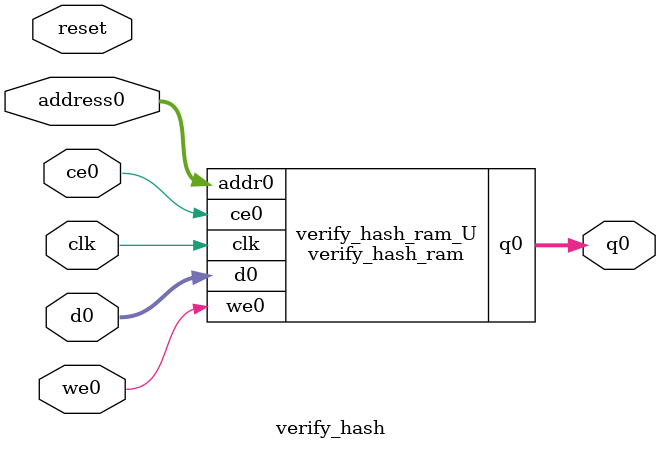
<source format=v>
`timescale 1 ns / 1 ps
module verify_hash_ram (addr0, ce0, d0, we0, q0,  clk);

parameter DWIDTH = 8;
parameter AWIDTH = 5;
parameter MEM_SIZE = 32;

input[AWIDTH-1:0] addr0;
input ce0;
input[DWIDTH-1:0] d0;
input we0;
output reg[DWIDTH-1:0] q0;
input clk;

(* ram_style = "distributed" *)reg [DWIDTH-1:0] ram[0:MEM_SIZE-1];




always @(posedge clk)  
begin 
    if (ce0) begin
        if (we0) 
            ram[addr0] <= d0; 
        q0 <= ram[addr0];
    end
end


endmodule

`timescale 1 ns / 1 ps
module verify_hash(
    reset,
    clk,
    address0,
    ce0,
    we0,
    d0,
    q0);

parameter DataWidth = 32'd8;
parameter AddressRange = 32'd32;
parameter AddressWidth = 32'd5;
input reset;
input clk;
input[AddressWidth - 1:0] address0;
input ce0;
input we0;
input[DataWidth - 1:0] d0;
output[DataWidth - 1:0] q0;



verify_hash_ram verify_hash_ram_U(
    .clk( clk ),
    .addr0( address0 ),
    .ce0( ce0 ),
    .we0( we0 ),
    .d0( d0 ),
    .q0( q0 ));

endmodule


</source>
